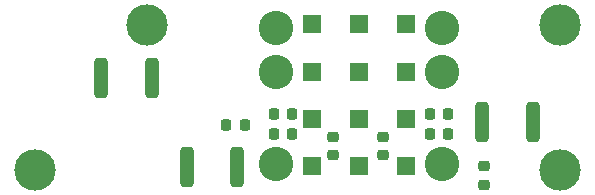
<source format=gbs>
G04 #@! TF.GenerationSoftware,KiCad,Pcbnew,7.0.9*
G04 #@! TF.CreationDate,2023-11-27T12:39:36-05:00*
G04 #@! TF.ProjectId,GE_3T_Wantcom_motherboard,47455f33-545f-4576-916e-74636f6d5f6d,0*
G04 #@! TF.SameCoordinates,Original*
G04 #@! TF.FileFunction,Soldermask,Bot*
G04 #@! TF.FilePolarity,Negative*
%FSLAX46Y46*%
G04 Gerber Fmt 4.6, Leading zero omitted, Abs format (unit mm)*
G04 Created by KiCad (PCBNEW 7.0.9) date 2023-11-27 12:39:36*
%MOMM*%
%LPD*%
G01*
G04 APERTURE LIST*
G04 Aperture macros list*
%AMRoundRect*
0 Rectangle with rounded corners*
0 $1 Rounding radius*
0 $2 $3 $4 $5 $6 $7 $8 $9 X,Y pos of 4 corners*
0 Add a 4 corners polygon primitive as box body*
4,1,4,$2,$3,$4,$5,$6,$7,$8,$9,$2,$3,0*
0 Add four circle primitives for the rounded corners*
1,1,$1+$1,$2,$3*
1,1,$1+$1,$4,$5*
1,1,$1+$1,$6,$7*
1,1,$1+$1,$8,$9*
0 Add four rect primitives between the rounded corners*
20,1,$1+$1,$2,$3,$4,$5,0*
20,1,$1+$1,$4,$5,$6,$7,0*
20,1,$1+$1,$6,$7,$8,$9,0*
20,1,$1+$1,$8,$9,$2,$3,0*%
G04 Aperture macros list end*
%ADD10C,3.500000*%
%ADD11C,2.920000*%
%ADD12R,1.500000X1.500000*%
%ADD13RoundRect,0.225000X0.225000X0.250000X-0.225000X0.250000X-0.225000X-0.250000X0.225000X-0.250000X0*%
%ADD14RoundRect,0.250000X-0.312500X-1.450000X0.312500X-1.450000X0.312500X1.450000X-0.312500X1.450000X0*%
%ADD15RoundRect,0.250000X0.312500X1.450000X-0.312500X1.450000X-0.312500X-1.450000X0.312500X-1.450000X0*%
%ADD16RoundRect,0.225000X0.250000X-0.225000X0.250000X0.225000X-0.250000X0.225000X-0.250000X-0.225000X0*%
%ADD17RoundRect,0.218750X-0.218750X-0.256250X0.218750X-0.256250X0.218750X0.256250X-0.218750X0.256250X0*%
%ADD18RoundRect,0.225000X-0.225000X-0.250000X0.225000X-0.250000X0.225000X0.250000X-0.225000X0.250000X0*%
G04 APERTURE END LIST*
D10*
X158000000Y-114750000D03*
X167500000Y-102500000D03*
X202500000Y-102500000D03*
X202500000Y-114750000D03*
D11*
X178400000Y-106450000D03*
X192500000Y-106450000D03*
X178400000Y-102750000D03*
X178400000Y-114250000D03*
D12*
X181450000Y-102450000D03*
X181450000Y-106450000D03*
X181450000Y-110450000D03*
X181450000Y-114450000D03*
X185450000Y-102450000D03*
X185450000Y-106450000D03*
X185450000Y-110450000D03*
X185450000Y-114450000D03*
X189450000Y-102450000D03*
X189450000Y-106450000D03*
X189450000Y-110450000D03*
X189450000Y-114450000D03*
D11*
X192500000Y-102750000D03*
X192500000Y-114250000D03*
D13*
X179775000Y-111750000D03*
X178225000Y-111750000D03*
D14*
X170862500Y-114500000D03*
X175137500Y-114500000D03*
D13*
X192987500Y-111750000D03*
X191437500Y-111750000D03*
D15*
X200137500Y-110740000D03*
X195862500Y-110740000D03*
D16*
X183250000Y-113550000D03*
X183250000Y-112000000D03*
D17*
X191425000Y-110000000D03*
X193000000Y-110000000D03*
X178212500Y-110000000D03*
X179787500Y-110000000D03*
D18*
X174225000Y-111000000D03*
X175775000Y-111000000D03*
D14*
X163612500Y-107000000D03*
X167887500Y-107000000D03*
D16*
X187500000Y-113550000D03*
X187500000Y-112000000D03*
X196000000Y-116015000D03*
X196000000Y-114465000D03*
M02*

</source>
